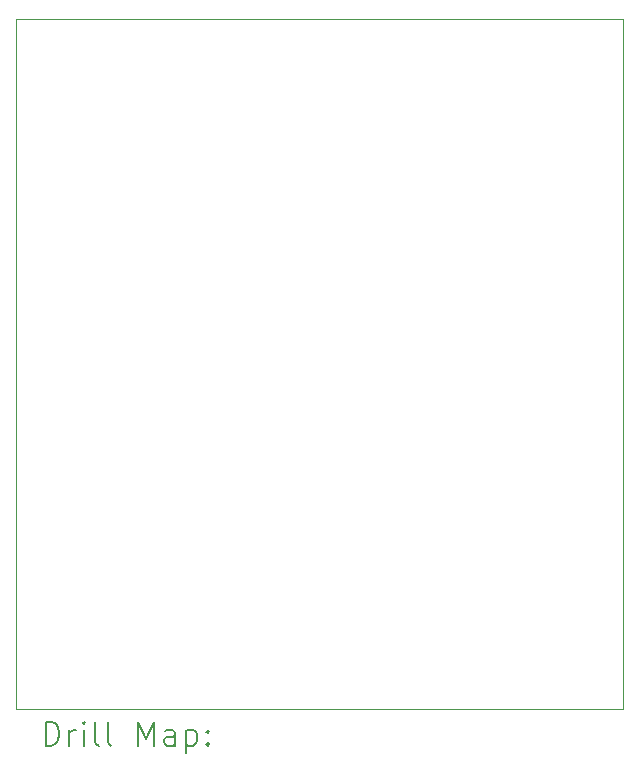
<source format=gbr>
%TF.GenerationSoftware,KiCad,Pcbnew,(6.0.8)*%
%TF.CreationDate,2022-10-23T00:14:45+03:00*%
%TF.ProjectId,PowerBoard,506f7765-7242-46f6-9172-642e6b696361,rev?*%
%TF.SameCoordinates,Original*%
%TF.FileFunction,Drillmap*%
%TF.FilePolarity,Positive*%
%FSLAX45Y45*%
G04 Gerber Fmt 4.5, Leading zero omitted, Abs format (unit mm)*
G04 Created by KiCad (PCBNEW (6.0.8)) date 2022-10-23 00:14:45*
%MOMM*%
%LPD*%
G01*
G04 APERTURE LIST*
%ADD10C,0.050000*%
%ADD11C,0.200000*%
G04 APERTURE END LIST*
D10*
X19875500Y-2667000D02*
X19875500Y-8509000D01*
X19875500Y-8509000D02*
X25019000Y-8509000D01*
X25019000Y-8509000D02*
X25019000Y-2667000D01*
X25019000Y-2667000D02*
X19875500Y-2667000D01*
D11*
X20130619Y-8821976D02*
X20130619Y-8621976D01*
X20178238Y-8621976D01*
X20206810Y-8631500D01*
X20225857Y-8650548D01*
X20235381Y-8669595D01*
X20244905Y-8707690D01*
X20244905Y-8736262D01*
X20235381Y-8774357D01*
X20225857Y-8793405D01*
X20206810Y-8812452D01*
X20178238Y-8821976D01*
X20130619Y-8821976D01*
X20330619Y-8821976D02*
X20330619Y-8688643D01*
X20330619Y-8726738D02*
X20340143Y-8707690D01*
X20349667Y-8698167D01*
X20368714Y-8688643D01*
X20387762Y-8688643D01*
X20454429Y-8821976D02*
X20454429Y-8688643D01*
X20454429Y-8621976D02*
X20444905Y-8631500D01*
X20454429Y-8641024D01*
X20463952Y-8631500D01*
X20454429Y-8621976D01*
X20454429Y-8641024D01*
X20578238Y-8821976D02*
X20559190Y-8812452D01*
X20549667Y-8793405D01*
X20549667Y-8621976D01*
X20683000Y-8821976D02*
X20663952Y-8812452D01*
X20654429Y-8793405D01*
X20654429Y-8621976D01*
X20911571Y-8821976D02*
X20911571Y-8621976D01*
X20978238Y-8764833D01*
X21044905Y-8621976D01*
X21044905Y-8821976D01*
X21225857Y-8821976D02*
X21225857Y-8717214D01*
X21216333Y-8698167D01*
X21197286Y-8688643D01*
X21159190Y-8688643D01*
X21140143Y-8698167D01*
X21225857Y-8812452D02*
X21206810Y-8821976D01*
X21159190Y-8821976D01*
X21140143Y-8812452D01*
X21130619Y-8793405D01*
X21130619Y-8774357D01*
X21140143Y-8755310D01*
X21159190Y-8745786D01*
X21206810Y-8745786D01*
X21225857Y-8736262D01*
X21321095Y-8688643D02*
X21321095Y-8888643D01*
X21321095Y-8698167D02*
X21340143Y-8688643D01*
X21378238Y-8688643D01*
X21397286Y-8698167D01*
X21406810Y-8707690D01*
X21416333Y-8726738D01*
X21416333Y-8783881D01*
X21406810Y-8802929D01*
X21397286Y-8812452D01*
X21378238Y-8821976D01*
X21340143Y-8821976D01*
X21321095Y-8812452D01*
X21502048Y-8802929D02*
X21511571Y-8812452D01*
X21502048Y-8821976D01*
X21492524Y-8812452D01*
X21502048Y-8802929D01*
X21502048Y-8821976D01*
X21502048Y-8698167D02*
X21511571Y-8707690D01*
X21502048Y-8717214D01*
X21492524Y-8707690D01*
X21502048Y-8698167D01*
X21502048Y-8717214D01*
M02*

</source>
